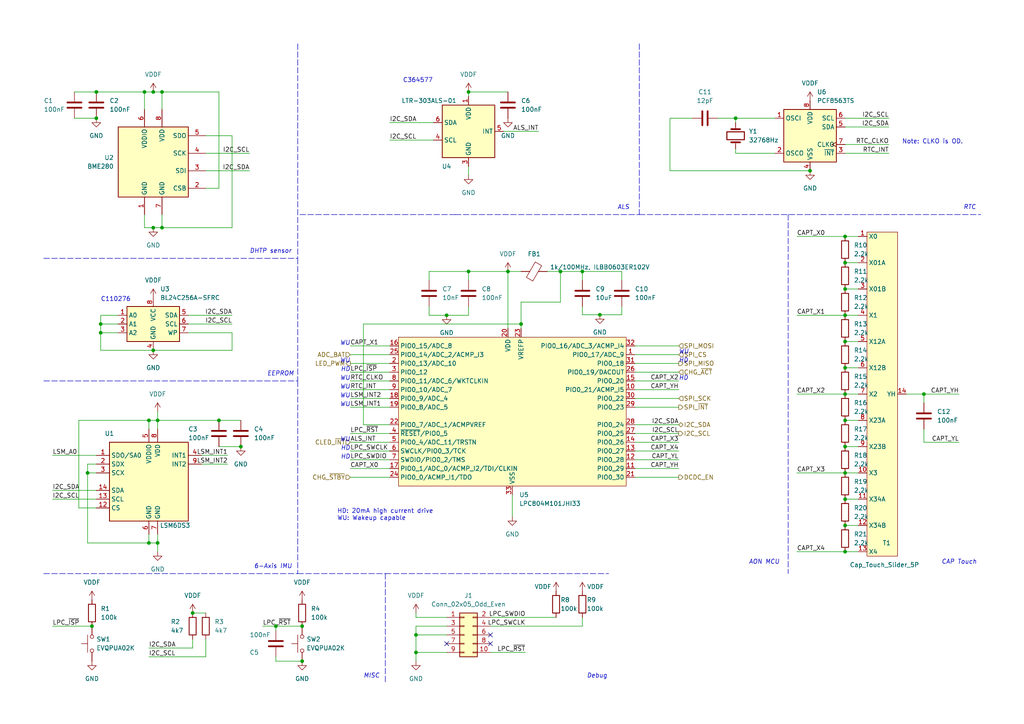
<source format=kicad_sch>
(kicad_sch (version 20211123) (generator eeschema)
  (paper "A4")
  (title_block (title "Home Sensor Tag") (rev "A0") (company "iM.Inc") (comment 1 "PRE-RELEASE"))
  (lib_symbols
    (symbol "Cap_Touch:Cap_Touch_Slider_5P"
      (property "Reference" "T" (at -29.21 -5.08 0))
      (property "Value" "Cap_Touch_Slider_5P" (at 22.86 6.35 0))
      (symbol "Cap_Touch_Slider_5P_0_0"
        (pin passive line (at -45.72 -6.35 90) (length 2.54) (name "X0") (number "1"))
        (pin passive line (at 22.86 -6.35 90) (length 2.54) (name "X3") (number "10"))
        (pin passive line (at 30.48 -6.35 90) (length 2.54) (name "X34A") (number "11"))
        (pin passive line (at 38.1 -6.35 90) (length 2.54) (name "X34B") (number "12"))
        (pin passive line (at 45.72 -6.35 90) (length 2.54) (name "X4") (number "13"))
        (pin passive line (at 0 7.62 270) (length 2.54) (name "YH") (number "14"))
        (pin passive line (at -38.1 -6.35 90) (length 2.54) (name "X01A") (number "2"))
        (pin passive line (at -30.48 -6.35 90) (length 2.54) (name "X01B") (number "3"))
        (pin passive line (at -22.86 -6.35 90) (length 2.54) (name "X1") (number "4"))
        (pin passive line (at -15.24 -6.35 90) (length 2.54) (name "X12A") (number "5"))
        (pin passive line (at -7.62 -6.35 90) (length 2.54) (name "X12B") (number "6"))
        (pin passive line (at 0 -6.35 90) (length 2.54) (name "X2") (number "7"))
        (pin passive line (at 7.62 -6.35 90) (length 2.54) (name "X23A") (number "8"))
        (pin passive line (at 15.24 -6.35 90) (length 2.54) (name "X23B") (number "9"))
      )
      (symbol "Cap_Touch_Slider_5P_0_1"
        (rectangle (start -46.99 5.08) (end 46.99 -3.81) (fill (type background)))
      )
    )
    (symbol "Connector_Generic:Conn_02x05_Odd_Even" (pin_names (offset 1.016) hide)
      (property "Reference" "J" (at 1.27 7.62 0))
      (property "Value" "Conn_02x05_Odd_Even" (at 1.27 -7.62 0))
      (symbol "Conn_02x05_Odd_Even_1_1"
        (rectangle (start -1.27 -4.953) (end 0 -5.207) (stroke (width 0.1524)))
        (rectangle (start -1.27 -2.413) (end 0 -2.667) (stroke (width 0.1524)))
        (rectangle (start -1.27 0.127) (end 0 -0.127) (stroke (width 0.1524)))
        (rectangle (start -1.27 2.667) (end 0 2.413) (stroke (width 0.1524)))
        (rectangle (start -1.27 5.207) (end 0 4.953) (stroke (width 0.1524)))
        (rectangle (start -1.27 6.35) (end 3.81 -6.35) (stroke (width 0.254)) (fill (type background)))
        (rectangle (start 3.81 -4.953) (end 2.54 -5.207) (stroke (width 0.1524)))
        (rectangle (start 3.81 -2.413) (end 2.54 -2.667) (stroke (width 0.1524)))
        (rectangle (start 3.81 0.127) (end 2.54 -0.127) (stroke (width 0.1524)))
        (rectangle (start 3.81 2.667) (end 2.54 2.413) (stroke (width 0.1524)))
        (rectangle (start 3.81 5.207) (end 2.54 4.953) (stroke (width 0.1524)))
        (pin passive line (at -5.08 5.08 0) (length 3.81) (name "Pin_1") (number "1"))
        (pin passive line (at 7.62 -5.08 180) (length 3.81) (name "Pin_10") (number "10"))
        (pin passive line (at 7.62 5.08 180) (length 3.81) (name "Pin_2") (number "2"))
        (pin passive line (at -5.08 2.54 0) (length 3.81) (name "Pin_3") (number "3"))
        (pin passive line (at 7.62 2.54 180) (length 3.81) (name "Pin_4") (number "4"))
        (pin passive line (at -5.08 0 0) (length 3.81) (name "Pin_5") (number "5"))
        (pin passive line (at 7.62 0 180) (length 3.81) (name "Pin_6") (number "6"))
        (pin passive line (at -5.08 -2.54 0) (length 3.81) (name "Pin_7") (number "7"))
        (pin passive line (at 7.62 -2.54 180) (length 3.81) (name "Pin_8") (number "8"))
        (pin passive line (at -5.08 -5.08 0) (length 3.81) (name "Pin_9") (number "9"))
      )
    )
    (symbol "Device:C" (pin_numbers hide) (pin_names (offset 0.254))
      (property "Reference" "C" (at 0.635 2.54 0))
      (property "Value" "C" (at 0.635 -2.54 0))
      (symbol "C_0_1"
        (polyline (pts (xy -2.032 -0.762) (xy 2.032 -0.762)) (stroke (width 0.508)))
        (polyline (pts (xy -2.032 0.762) (xy 2.032 0.762)) (stroke (width 0.508)))
      )
      (symbol "C_1_1"
        (pin passive line (at 0 3.81 270) (length 2.794) (name "~") (number "1"))
        (pin passive line (at 0 -3.81 90) (length 2.794) (name "~") (number "2"))
      )
    )
    (symbol "Device:Crystal" (pin_numbers hide) (pin_names (offset 1.016) hide)
      (property "Reference" "Y" (at 0 3.81 0))
      (property "Value" "Crystal" (at 0 -3.81 0))
      (symbol "Crystal_0_1"
        (rectangle (start -1.143 2.54) (end 1.143 -2.54) (stroke (width 0.3048)))
        (polyline (pts (xy -2.54 0) (xy -1.905 0)))
        (polyline (pts (xy -1.905 -1.27) (xy -1.905 1.27)) (stroke (width 0.508)))
        (polyline (pts (xy 1.905 -1.27) (xy 1.905 1.27)) (stroke (width 0.508)))
        (polyline (pts (xy 2.54 0) (xy 1.905 0)))
      )
      (symbol "Crystal_1_1"
        (pin passive line (at -3.81 0 0) (length 1.27) (name "1") (number "1"))
        (pin passive line (at 3.81 0 180) (length 1.27) (name "2") (number "2"))
      )
    )
    (symbol "Device:FerriteBead" (pin_numbers hide) (pin_names (offset 0))
      (property "Reference" "FB" (at -3.81 0.635 90))
      (property "Value" "FerriteBead" (at 3.81 0 90))
      (symbol "FerriteBead_0_1"
        (polyline (pts (xy 0 -1.27) (xy 0 -1.2192)))
        (polyline (pts (xy 0 1.27) (xy 0 1.2954)))
        (polyline (pts (xy -2.7686 0.4064) (xy -1.7018 2.2606) (xy 2.7686 -0.3048) (xy 1.6764 -2.159) (xy -2.7686 0.4064)))
      )
      (symbol "FerriteBead_1_1"
        (pin passive line (at 0 3.81 270) (length 2.54) (name "~") (number "1"))
        (pin passive line (at 0 -3.81 90) (length 2.54) (name "~") (number "2"))
      )
    )
    (symbol "Device:R" (pin_numbers hide) (pin_names (offset 0))
      (property "Reference" "R" (at 2.032 0 90))
      (property "Value" "R" (at 0 0 90))
      (symbol "R_0_1"
        (rectangle (start -1.016 -2.54) (end 1.016 2.54) (stroke (width 0.254)))
      )
      (symbol "R_1_1"
        (pin passive line (at 0 3.81 270) (length 1.27) (name "~") (number "1"))
        (pin passive line (at 0 -3.81 90) (length 1.27) (name "~") (number "2"))
      )
    )
    (symbol "MCU_NXP_LPC_Local:LPC804M101JHI33"
      (property "Reference" "U" (at -31.75 21.59 0))
      (property "Value" "LPC804M101JHI33" (at 24.13 21.59 0))
      (symbol "LPC804M101JHI33_0_0"
        (pin tri_state line (at 35.56 15.24 180) (length 2.54) (name "PIO0_17/ADC_9") (number "1"))
        (pin tri_state line (at 35.56 5.08 180) (length 2.54) (name "PIO0_21/ACMP_I5") (number "10"))
        (pin tri_state line (at 35.56 -17.78 180) (length 2.54) (name "PIO0_29") (number "11"))
        (pin tri_state line (at 35.56 -15.24 180) (length 2.54) (name "PIO0_28") (number "12"))
        (pin tri_state line (at 35.56 -12.7 180) (length 2.54) (name "PIO0_27") (number "13"))
        (pin tri_state line (at 35.56 -10.16 180) (length 2.54) (name "PIO0_26") (number "14"))
        (pin tri_state line (at 35.56 7.62 180) (length 2.54) (name "PIO0_20") (number "15"))
        (pin tri_state line (at -35.56 17.78 0) (length 2.54) (name "PIO0_15/ADC_8") (number "16"))
        (pin tri_state line (at -35.56 -17.78 0) (length 2.54) (name "PIO0_1/ADC_0/ACMP_I2/TDI/CLKIN") (number "17"))
        (pin tri_state line (at -35.56 2.54 0) (length 2.54) (name "PIO0_9/ADC_4") (number "18"))
        (pin tri_state line (at -35.56 0 0) (length 2.54) (name "PIO0_8/ADC_5") (number "19"))
        (pin tri_state line (at -35.56 12.7 0) (length 2.54) (name "PIO0_13/ADC_10") (number "2"))
        (pin power_in line (at -1.27 22.86 270) (length 2.54) (name "VDD") (number "20"))
        (pin tri_state line (at 35.56 -20.32 180) (length 2.54) (name "PIO0_30") (number "21"))
        (pin tri_state line (at -35.56 -5.08 0) (length 2.54) (name "PIO0_7/ADC_1/ACMPVREF") (number "22"))
        (pin power_in line (at 2.54 22.86 270) (length 2.54) (name "VREFP") (number "23"))
        (pin tri_state line (at -35.56 -20.32 0) (length 2.54) (name "PIO0_0/ACMP_I1/TDO") (number "24"))
        (pin tri_state line (at -35.56 15.24 0) (length 2.54) (name "PIO0_14/ADC_2/ACMP_I3") (number "25"))
        (pin tri_state line (at 35.56 10.16 180) (length 2.54) (name "PIO0_19/DACOUT") (number "26"))
        (pin tri_state line (at 35.56 -7.62 180) (length 2.54) (name "PIO0_25") (number "27"))
        (pin tri_state line (at 35.56 -5.08 180) (length 2.54) (name "PIO0_24") (number "28"))
        (pin tri_state line (at 35.56 0 180) (length 2.54) (name "PIO0_23") (number "29"))
        (pin tri_state line (at -35.56 10.16 0) (length 2.54) (name "PIO0_12") (number "3"))
        (pin tri_state line (at 35.56 2.54 180) (length 2.54) (name "PIO0_22") (number "30"))
        (pin tri_state line (at 35.56 12.7 180) (length 2.54) (name "PIO0_18") (number "31"))
        (pin tri_state line (at 35.56 17.78 180) (length 2.54) (name "PIO0_16/ADC_3/ACMP_I4") (number "32"))
        (pin power_in line (at 0 -25.4 90) (length 2.54) (name "VSS") (number "33"))
        (pin tri_state line (at -35.56 -7.62 0) (length 2.54) (name "~{RESET}/PIO0_5") (number "4"))
        (pin tri_state line (at -35.56 -10.16 0) (length 2.54) (name "PIO0_4/ADC_11/TRSTN") (number "5"))
        (pin tri_state line (at -35.56 -12.7 0) (length 2.54) (name "SWCLK/PIO0_3/TCK") (number "6"))
        (pin tri_state line (at -35.56 -15.24 0) (length 2.54) (name "SWDIO/PIO0_2/TMS") (number "7"))
        (pin tri_state line (at -35.56 7.62 0) (length 2.54) (name "PIO0_11/ADC_6/WKTCLKIN") (number "8"))
        (pin tri_state line (at -35.56 5.08 0) (length 2.54) (name "PIO0_10/ADC_7") (number "9"))
      )
      (symbol "LPC804M101JHI33_0_1"
        (rectangle (start -33.02 20.32) (end 33.02 -22.86) (fill (type background)))
      )
    )
    (symbol "Memory_EEPROM:CAT24C256"
      (property "Reference" "U" (at -6.35 6.35 0))
      (property "Value" "CAT24C256" (at 1.27 6.35 0))
      (symbol "CAT24C256_1_1"
        (rectangle (start -7.62 5.08) (end 7.62 -5.08) (stroke (width 0.254)) (fill (type background)))
        (pin input line (at -10.16 2.54 0) (length 2.54) (name "A0") (number "1"))
        (pin input line (at -10.16 0 0) (length 2.54) (name "A1") (number "2"))
        (pin input line (at -10.16 -2.54 0) (length 2.54) (name "A2") (number "3"))
        (pin power_in line (at 0 -7.62 90) (length 2.54) (name "GND") (number "4"))
        (pin bidirectional line (at 10.16 2.54 180) (length 2.54) (name "SDA") (number "5"))
        (pin input line (at 10.16 0 180) (length 2.54) (name "SCL") (number "6"))
        (pin input line (at 10.16 -2.54 180) (length 2.54) (name "WP") (number "7"))
        (pin power_in line (at 0 7.62 270) (length 2.54) (name "VCC") (number "8"))
      )
    )
    (symbol "Sensor:BME280"
      (property "Reference" "U" (at -8.89 11.43 0))
      (property "Value" "BME280" (at 7.62 11.43 0))
      (symbol "BME280_0_1"
        (rectangle (start -10.16 10.16) (end 10.16 -10.16) (stroke (width 0.254)) (fill (type background)))
      )
      (symbol "BME280_1_1"
        (pin power_in line (at -2.54 -15.24 90) (length 5.08) (name "GND") (number "1"))
        (pin input line (at 15.24 -7.62 180) (length 5.08) (name "CSB") (number "2"))
        (pin bidirectional line (at 15.24 -2.54 180) (length 5.08) (name "SDI") (number "3"))
        (pin input line (at 15.24 2.54 180) (length 5.08) (name "SCK") (number "4"))
        (pin bidirectional line (at 15.24 7.62 180) (length 5.08) (name "SDO") (number "5"))
        (pin power_in line (at -2.54 15.24 270) (length 5.08) (name "VDDIO") (number "6"))
        (pin power_in line (at 2.54 -15.24 90) (length 5.08) (name "GND") (number "7"))
        (pin power_in line (at 2.54 15.24 270) (length 5.08) (name "VDD") (number "8"))
      )
    )
    (symbol "Sensor_Motion:LSM6DS3"
      (property "Reference" "U" (at -11.43 15.24 0))
      (property "Value" "LSM6DS3" (at -11.43 12.7 0))
      (symbol "LSM6DS3_0_1"
        (rectangle (start 11.43 11.43) (end -11.43 -11.43) (stroke (width 0.254)) (fill (type background)))
      )
      (symbol "LSM6DS3_1_1"
        (pin bidirectional line (at -15.24 7.62 0) (length 3.81) (name "SDO/SA0") (number "1"))
        (pin no_connect line (at 10.16 -5.08 180) (length 3.81) hide (name "NC") (number "10"))
        (pin no_connect line (at 10.16 -2.54 180) (length 3.81) hide (name "NC") (number "11"))
        (pin input line (at -15.24 -7.62 0) (length 3.81) (name "CS") (number "12"))
        (pin input line (at -15.24 -5.08 0) (length 3.81) (name "SCL") (number "13"))
        (pin bidirectional line (at -15.24 -2.54 0) (length 3.81) (name "SDA") (number "14"))
        (pin bidirectional line (at -15.24 5.08 0) (length 3.81) (name "SDX") (number "2"))
        (pin input line (at -15.24 2.54 0) (length 3.81) (name "SCX") (number "3"))
        (pin output line (at 15.24 7.62 180) (length 3.81) (name "INT1") (number "4"))
        (pin power_in line (at 0 15.24 270) (length 3.81) (name "VDDIO") (number "5"))
        (pin power_in line (at 0 -15.24 90) (length 3.81) (name "GND") (number "6"))
        (pin power_in line (at 2.54 -15.24 90) (length 3.81) (name "GND") (number "7"))
        (pin power_in line (at 2.54 15.24 270) (length 3.81) (name "VDD") (number "8"))
        (pin output line (at 15.24 5.08 180) (length 3.81) (name "INT2") (number "9"))
      )
    )
    (symbol "Sensor_Optical:LTR-303ALS-01"
      (property "Reference" "U" (at -7.62 8.89 0))
      (property "Value" "LTR-303ALS-01" (at 1.27 8.89 0))
      (symbol "LTR-303ALS-01_0_1"
        (rectangle (start -7.62 7.62) (end 7.62 -7.62) (stroke (width 0.254)) (fill (type background)))
      )
      (symbol "LTR-303ALS-01_1_1"
        (pin power_in line (at 0 10.16 270) (length 2.54) (name "VDD") (number "1"))
        (pin no_connect line (at 2.54 0 180) (length 2.54) hide (name "NC") (number "2"))
        (pin power_in line (at 0 -10.16 90) (length 2.54) (name "GND") (number "3"))
        (pin input line (at -10.16 -2.54 0) (length 2.54) (name "SCL") (number "4"))
        (pin open_collector line (at 10.16 0 180) (length 2.54) (name "INT") (number "5"))
        (pin bidirectional line (at -10.16 2.54 0) (length 2.54) (name "SDA") (number "6"))
      )
    )
    (symbol "Switch:SW_Push" (pin_numbers hide) (pin_names (offset 1.016) hide)
      (property "Reference" "SW" (at 1.27 2.54 0))
      (property "Value" "SW_Push" (at 0 -1.524 0))
      (symbol "SW_Push_0_1"
        (circle (center -2.032 0) (radius 0.508))
        (polyline (pts (xy 0 1.27) (xy 0 3.048)))
        (polyline (pts (xy 2.54 1.27) (xy -2.54 1.27)))
        (circle (center 2.032 0) (radius 0.508))
        (pin passive line (at -5.08 0 0) (length 2.54) (name "1") (number "1"))
        (pin passive line (at 5.08 0 180) (length 2.54) (name "2") (number "2"))
      )
    )
    (symbol "Timer_RTC:PCF8563TS"
      (property "Reference" "U" (at -7.62 8.89 0))
      (property "Value" "PCF8563TS" (at 2.54 8.89 0))
      (symbol "PCF8563TS_0_1"
        (rectangle (start -7.62 7.62) (end 7.62 -7.62) (stroke (width 0.254)) (fill (type background)))
      )
      (symbol "PCF8563TS_1_1"
        (pin input line (at -10.16 5.08 0) (length 2.54) (name "OSCI") (number "1"))
        (pin output line (at -10.16 -5.08 0) (length 2.54) (name "OSCO") (number "2"))
        (pin output line (at 10.16 -5.08 180) (length 2.54) (name "~{INT}") (number "3"))
        (pin power_in line (at 0 -10.16 90) (length 2.54) (name "VSS") (number "4"))
        (pin bidirectional line (at 10.16 2.54 180) (length 2.54) (name "SDA") (number "5"))
        (pin input line (at 10.16 5.08 180) (length 2.54) (name "SCL") (number "6"))
        (pin output clock (at 10.16 -2.54 180) (length 2.54) (name "CLKO") (number "7"))
        (pin power_in line (at 0 10.16 270) (length 2.54) (name "VDD") (number "8"))
      )
    )
    (symbol "power:GND" (power) (pin_names (offset 0))
      (property "Value" "GND" (at 0 -3.81 0))
      (symbol "GND_0_1"
        (polyline (pts (xy 0 0) (xy 0 -1.27) (xy 1.27 -1.27) (xy 0 -2.54) (xy -1.27 -1.27) (xy 0 -1.27)))
      )
      (symbol "GND_1_1"
        (pin power_in line (at 0 0 270) (length 0) hide (name "GND") (number "1"))
      )
    )
    (symbol "power:VDDF" (power) (pin_names (offset 0))
      (property "Value" "VDDF" (at 0 3.81 0))
      (symbol "VDDF_0_1"
        (polyline (pts (xy -0.762 1.27) (xy 0 2.54)))
        (polyline (pts (xy 0 0) (xy 0 2.54)))
        (polyline (pts (xy 0 2.54) (xy 0.762 1.27)))
      )
      (symbol "VDDF_1_1"
        (pin power_in line (at 0 0 90) (length 0) hide (name "VDDF") (number "1"))
      )
    )
  )
  (junction (at 267.97 114.3))
  (junction (at 245.11 68.58))
  (junction (at 80.01 181.61))
  (junction (at 120.65 184.15))
  (junction (at 245.11 152.4))
  (junction (at 27.94 34.29))
  (junction (at 245.11 144.78))
  (junction (at 87.63 181.61))
  (junction (at 135.89 78.74))
  (junction (at 46.99 66.04))
  (junction (at 69.85 129.54))
  (junction (at 213.36 34.29))
  (junction (at 26.67 181.61))
  (junction (at 245.11 129.54))
  (junction (at 245.11 83.82))
  (junction (at 234.95 49.53))
  (junction (at 162.56 78.74))
  (junction (at 44.45 101.6))
  (junction (at 44.45 66.04))
  (junction (at 46.99 26.67))
  (junction (at 245.11 91.44))
  (junction (at 245.11 76.2))
  (junction (at 173.99 91.2961))
  (junction (at 245.11 99.06))
  (junction (at 55.88 177.8))
  (junction (at 25.4 137.16))
  (junction (at 245.11 114.3))
  (junction (at 29.21 96.52))
  (junction (at 44.45 26.67))
  (junction (at 43.18 157.48))
  (junction (at 87.63 191.77))
  (junction (at 45.72 157.48))
  (junction (at 245.11 106.68))
  (junction (at 151.13 93.98))
  (junction (at 147.32 78.74))
  (junction (at 245.11 160.02))
  (junction (at 41.91 26.67))
  (junction (at 43.18 121.92))
  (junction (at 45.72 121.92))
  (junction (at 27.94 26.67))
  (junction (at 63.5 121.92))
  (junction (at 129.54 91.44))
  (junction (at 245.11 121.92))
  (junction (at 245.11 137.16))
  (junction (at 29.21 93.98))
  (junction (at 168.91 78.74))
  (junction (at 120.65 189.23))
  (junction (at 135.89 26.67))
  (no_connect (at 129.54 186.69))
  (no_connect (at 142.24 186.69))
  (no_connect (at 142.24 184.15))
  (wire (pts (xy 59.69 54.61) (xy 63.5 54.61)))
  (wire (pts (xy 22.86 121.92) (xy 43.18 121.92)))
  (wire (pts (xy 55.88 177.8) (xy 59.69 177.8)))
  (wire (pts (xy 180.34 88.9) (xy 180.34 91.2961)))
  (wire (pts (xy 267.97 114.3) (xy 267.97 116.84)))
  (wire (pts (xy 67.31 66.04) (xy 46.99 66.04)))
  (wire (pts (xy 46.99 31.75) (xy 46.99 26.67)))
  (wire (pts (xy 54.61 91.44) (xy 67.31 91.44)))
  (wire (pts (xy 63.5 54.61) (xy 63.5 26.67)))
  (wire (pts (xy 55.88 187.96) (xy 43.18 187.96)))
  (wire (pts (xy 15.24 132.08) (xy 27.94 132.08)))
  (wire (pts (xy 101.6 128.27) (xy 113.03 128.27)))
  (wire (pts (xy 58.42 132.08) (xy 66.04 132.08)))
  (wire (pts (xy 129.54 91.44) (xy 124.46 91.44)))
  (wire (pts (xy 45.72 121.92) (xy 63.5 121.92)))
  (wire (pts (xy 146.05 38.1) (xy 156.21 38.1)))
  (wire (pts (xy 63.5 129.54) (xy 69.85 129.54)))
  (wire (pts (xy 151.13 93.98) (xy 151.13 95.25)))
  (wire (pts (xy 59.69 44.45) (xy 72.39 44.45)))
  (wire (pts (xy 54.61 96.52) (xy 67.31 96.52)))
  (wire (pts (xy 245.11 76.2) (xy 248.92 76.2)))
  (wire (pts (xy 267.97 124.46) (xy 267.97 128.27)))
  (wire (pts (xy 213.36 34.29) (xy 224.79 34.29)))
  (wire (pts (xy 184.15 102.87) (xy 196.85 102.87)))
  (wire (pts (xy 151.13 78.74) (xy 147.32 78.74)))
  (wire (pts (xy 120.65 177.8) (xy 120.65 179.07)))
  (wire (pts (xy 21.59 26.67) (xy 27.94 26.67)))
  (wire (pts (xy 101.6 113.03) (xy 113.03 113.03)))
  (wire (pts (xy 245.11 129.54) (xy 248.92 129.54)))
  (wire (pts (xy 278.13 114.3) (xy 267.97 114.3)))
  (wire (pts (xy 184.15 118.11) (xy 196.85 118.11)))
  (polyline (pts (xy 12.7 166.37) (xy 86.36 166.37)))
  (wire (pts (xy 101.6 125.73) (xy 113.03 125.73)))
  (wire (pts (xy 168.91 78.74) (xy 168.91 81.28)))
  (wire (pts (xy 245.11 41.91) (xy 257.81 41.91)))
  (wire (pts (xy 101.6 133.35) (xy 113.03 133.35)))
  (wire (pts (xy 180.34 91.2961) (xy 173.99 91.2961)))
  (wire (pts (xy 245.11 121.92) (xy 248.92 121.92)))
  (wire (pts (xy 59.69 49.53) (xy 72.39 49.53)))
  (wire (pts (xy 45.72 157.48) (xy 45.72 160.02)))
  (wire (pts (xy 135.89 26.67) (xy 147.32 26.67)))
  (wire (pts (xy 135.89 91.44) (xy 129.54 91.44)))
  (wire (pts (xy 120.65 181.61) (xy 120.65 184.15)))
  (wire (pts (xy 124.46 91.44) (xy 124.46 88.9)))
  (wire (pts (xy 180.34 78.74) (xy 180.34 81.28)))
  (wire (pts (xy 120.65 184.15) (xy 120.65 189.23)))
  (wire (pts (xy 46.99 62.23) (xy 46.99 66.04)))
  (wire (pts (xy 245.11 34.29) (xy 257.81 34.29)))
  (wire (pts (xy 101.6 110.49) (xy 113.03 110.49)))
  (wire (pts (xy 29.21 93.98) (xy 34.29 93.98)))
  (wire (pts (xy 184.15 130.81) (xy 196.85 130.81)))
  (wire (pts (xy 245.11 83.82) (xy 248.92 83.82)))
  (wire (pts (xy 135.89 78.74) (xy 147.32 78.74)))
  (wire (pts (xy 194.31 49.53) (xy 234.95 49.53)))
  (wire (pts (xy 21.59 34.29) (xy 27.94 34.29)))
  (wire (pts (xy 29.21 96.52) (xy 34.29 96.52)))
  (polyline (pts (xy 185.42 62.23) (xy 284.48 62.23)))
  (wire (pts (xy 125.73 35.56) (xy 113.03 35.56)))
  (wire (pts (xy 101.6 102.87) (xy 113.03 102.87)))
  (wire (pts (xy 67.31 96.52) (xy 67.31 101.6)))
  (wire (pts (xy 101.6 105.41) (xy 113.03 105.41)))
  (wire (pts (xy 22.86 147.32) (xy 22.86 121.92)))
  (wire (pts (xy 113.03 123.19) (xy 105.41 123.19)))
  (wire (pts (xy 142.24 181.61) (xy 168.91 181.61)))
  (polyline (pts (xy 132.08 62.23) (xy 86.36 62.23)))
  (wire (pts (xy 245.11 160.02) (xy 248.92 160.02)))
  (wire (pts (xy 43.18 121.92) (xy 45.72 121.92)))
  (wire (pts (xy 151.13 87.63) (xy 151.13 93.98)))
  (wire (pts (xy 67.31 39.37) (xy 67.31 66.04)))
  (polyline (pts (xy 86.36 166.37) (xy 111.76 166.37)))
  (wire (pts (xy 43.18 190.5) (xy 59.69 190.5)))
  (wire (pts (xy 120.65 189.23) (xy 129.54 189.23)))
  (wire (pts (xy 162.56 87.63) (xy 162.56 78.74)))
  (wire (pts (xy 27.94 142.24) (xy 15.24 142.24)))
  (polyline (pts (xy 111.76 166.37) (xy 111.76 198.12)))
  (polyline (pts (xy 228.6 62.23) (xy 228.6 166.37)))
  (wire (pts (xy 120.65 184.15) (xy 129.54 184.15)))
  (wire (pts (xy 245.11 114.3) (xy 248.92 114.3)))
  (wire (pts (xy 27.94 26.67) (xy 41.91 26.67)))
  (wire (pts (xy 101.6 135.89) (xy 113.03 135.89)))
  (wire (pts (xy 67.31 101.6) (xy 44.45 101.6)))
  (wire (pts (xy 148.59 143.51) (xy 148.59 149.86)))
  (wire (pts (xy 101.6 100.33) (xy 113.03 100.33)))
  (wire (pts (xy 29.21 93.98) (xy 29.21 96.52)))
  (wire (pts (xy 29.21 101.6) (xy 44.45 101.6)))
  (wire (pts (xy 101.6 107.95) (xy 113.03 107.95)))
  (wire (pts (xy 245.11 68.58) (xy 248.92 68.58)))
  (wire (pts (xy 245.11 36.83) (xy 257.81 36.83)))
  (wire (pts (xy 158.75 78.74) (xy 162.56 78.74)))
  (wire (pts (xy 45.72 119.38) (xy 45.72 121.92)))
  (wire (pts (xy 25.4 134.62) (xy 25.4 137.16)))
  (wire (pts (xy 59.69 185.42) (xy 59.69 190.5)))
  (wire (pts (xy 231.14 160.02) (xy 245.11 160.02)))
  (wire (pts (xy 101.6 115.57) (xy 113.03 115.57)))
  (wire (pts (xy 27.94 144.78) (xy 15.24 144.78)))
  (wire (pts (xy 29.21 91.44) (xy 29.21 93.98)))
  (polyline (pts (xy 12.7 110.49) (xy 86.36 110.49)))
  (wire (pts (xy 63.5 121.92) (xy 69.85 121.92)))
  (wire (pts (xy 43.18 157.48) (xy 45.72 157.48)))
  (wire (pts (xy 213.36 44.45) (xy 224.79 44.45)))
  (wire (pts (xy 58.42 134.62) (xy 66.04 134.62)))
  (wire (pts (xy 151.13 87.63) (xy 162.56 87.63)))
  (wire (pts (xy 54.61 93.98) (xy 67.31 93.98)))
  (wire (pts (xy 129.54 181.61) (xy 120.65 181.61)))
  (wire (pts (xy 147.32 78.74) (xy 147.32 95.25)))
  (wire (pts (xy 231.14 68.58) (xy 245.11 68.58)))
  (wire (pts (xy 101.6 138.43) (xy 113.03 138.43)))
  (polyline (pts (xy 86.36 110.49) (xy 86.36 166.37)))
  (polyline (pts (xy 86.36 12.7) (xy 86.36 74.93)))
  (wire (pts (xy 231.14 114.3) (xy 245.11 114.3)))
  (wire (pts (xy 105.41 93.98) (xy 151.13 93.98)))
  (wire (pts (xy 25.4 157.48) (xy 43.18 157.48)))
  (polyline (pts (xy 185.42 12.7) (xy 185.42 62.23)))
  (wire (pts (xy 142.24 179.07) (xy 161.29 179.07)))
  (wire (pts (xy 25.4 137.16) (xy 27.94 137.16)))
  (wire (pts (xy 213.36 43.18) (xy 213.36 44.45)))
  (wire (pts (xy 245.11 99.06) (xy 248.92 99.06)))
  (wire (pts (xy 231.14 91.44) (xy 245.11 91.44)))
  (wire (pts (xy 184.15 113.03) (xy 196.85 113.03)))
  (wire (pts (xy 63.5 26.67) (xy 46.99 26.67)))
  (wire (pts (xy 184.15 105.41) (xy 196.85 105.41)))
  (wire (pts (xy 135.89 26.67) (xy 135.89 27.94)))
  (polyline (pts (xy 86.36 74.93) (xy 86.36 110.49)))
  (wire (pts (xy 196.85 115.57) (xy 184.15 115.57)))
  (wire (pts (xy 59.69 39.37) (xy 67.31 39.37)))
  (wire (pts (xy 55.88 185.42) (xy 55.88 187.96)))
  (wire (pts (xy 29.21 96.52) (xy 29.21 101.6)))
  (wire (pts (xy 245.11 137.16) (xy 248.92 137.16)))
  (polyline (pts (xy 12.7 74.93) (xy 86.36 74.93)))
  (wire (pts (xy 45.72 121.92) (xy 45.72 124.46)))
  (wire (pts (xy 162.56 78.74) (xy 168.91 78.74)))
  (wire (pts (xy 27.94 147.32) (xy 22.86 147.32)))
  (wire (pts (xy 142.24 189.23) (xy 152.4 189.23)))
  (wire (pts (xy 45.72 154.94) (xy 45.72 157.48)))
  (wire (pts (xy 245.11 152.4) (xy 248.92 152.4)))
  (wire (pts (xy 135.89 48.26) (xy 135.89 50.8)))
  (wire (pts (xy 124.46 81.28) (xy 124.46 78.74)))
  (wire (pts (xy 245.11 144.78) (xy 248.92 144.78)))
  (wire (pts (xy 101.6 130.81) (xy 113.03 130.81)))
  (wire (pts (xy 41.91 31.75) (xy 41.91 26.67)))
  (wire (pts (xy 173.99 91.2961) (xy 168.91 91.2961)))
  (wire (pts (xy 184.15 123.19) (xy 196.85 123.19)))
  (wire (pts (xy 80.01 191.77) (xy 87.63 191.77)))
  (polyline (pts (xy 132.08 62.23) (xy 185.42 62.23)))
  (wire (pts (xy 278.13 128.27) (xy 267.97 128.27)))
  (wire (pts (xy 27.94 134.62) (xy 25.4 134.62)))
  (wire (pts (xy 43.18 154.94) (xy 43.18 157.48)))
  (wire (pts (xy 168.91 179.07) (xy 168.91 181.61)))
  (wire (pts (xy 135.89 78.74) (xy 135.89 81.28)))
  (wire (pts (xy 76.2 181.61) (xy 80.01 181.61)))
  (wire (pts (xy 184.15 128.27) (xy 196.85 128.27)))
  (wire (pts (xy 135.89 88.9) (xy 135.89 91.44)))
  (wire (pts (xy 41.91 26.67) (xy 44.45 26.67)))
  (wire (pts (xy 231.14 137.16) (xy 245.11 137.16)))
  (wire (pts (xy 184.15 107.95) (xy 196.85 107.95)))
  (wire (pts (xy 208.28 34.29) (xy 213.36 34.29)))
  (wire (pts (xy 200.66 34.29) (xy 194.31 34.29)))
  (wire (pts (xy 124.46 78.74) (xy 135.89 78.74)))
  (wire (pts (xy 184.15 133.35) (xy 196.85 133.35)))
  (wire (pts (xy 245.11 106.68) (xy 248.92 106.68)))
  (wire (pts (xy 46.99 26.67) (xy 44.45 26.67)))
  (wire (pts (xy 184.15 100.33) (xy 196.85 100.33)))
  (wire (pts (xy 15.24 181.61) (xy 26.67 181.61)))
  (wire (pts (xy 184.15 138.43) (xy 196.85 138.43)))
  (wire (pts (xy 46.99 66.04) (xy 44.45 66.04)))
  (wire (pts (xy 245.11 44.45) (xy 257.81 44.45)))
  (wire (pts (xy 80.01 181.61) (xy 87.63 181.61)))
  (wire (pts (xy 120.65 179.07) (xy 129.54 179.07)))
  (polyline (pts (xy 111.76 166.37) (xy 176.53 166.37)))
  (wire (pts (xy 125.73 40.64) (xy 113.03 40.64)))
  (wire (pts (xy 262.89 114.3) (xy 267.97 114.3)))
  (wire (pts (xy 168.91 91.2961) (xy 168.91 88.9)))
  (wire (pts (xy 41.91 66.04) (xy 44.45 66.04)))
  (wire (pts (xy 194.31 34.29) (xy 194.31 49.53)))
  (wire (pts (xy 80.01 181.61) (xy 80.01 182.88)))
  (wire (pts (xy 184.15 135.89) (xy 196.85 135.89)))
  (wire (pts (xy 25.4 137.16) (xy 25.4 157.48)))
  (wire (pts (xy 101.6 118.11) (xy 113.03 118.11)))
  (wire (pts (xy 184.15 125.73) (xy 196.85 125.73)))
  (wire (pts (xy 213.36 35.56) (xy 213.36 34.29)))
  (wire (pts (xy 41.91 62.23) (xy 41.91 66.04)))
  (wire (pts (xy 184.15 110.49) (xy 196.85 110.49)))
  (wire (pts (xy 245.11 91.44) (xy 248.92 91.44)))
  (wire (pts (xy 34.29 91.44) (xy 29.21 91.44)))
  (wire (pts (xy 105.41 93.98) (xy 105.41 123.19)))
  (wire (pts (xy 43.18 124.46) (xy 43.18 121.92)))
  (wire (pts (xy 80.01 190.5) (xy 80.01 191.77)))
  (wire (pts (xy 168.91 78.74) (xy 180.34 78.74)))
  (wire (pts (xy 120.65 189.23) (xy 120.65 191.77)))
  (text "WU" (at 101.6 115.57 180) (effects (font (size 1.27 1.27) italic) (justify right bottom)))
  (text "WU" (at 196.85 102.87 0) (effects (font (size 1.27 1.27) italic) (justify left bottom)))
  (text "6-Axis IMU" (at 73.66 165.1 0) (effects (font (size 1.27 1.27) italic) (justify left bottom)))
  (text "HD" (at 196.85 105.41 0) (effects (font (size 1.27 1.27) italic) (justify left bottom)))
  (text "AON MCU" (at 217.17 163.83 0) (effects (font (size 1.27 1.27) italic) (justify left bottom)))
  (text "RTC" (at 279.4 60.96 0) (effects (font (size 1.27 1.27) italic) (justify left bottom)))
  (text "CAP Touch" (at 273.05 163.83 0) (effects (font (size 1.27 1.27) italic) (justify left bottom)))
  (text "HD" (at 101.6 133.35 180) (effects (font (size 1.27 1.27) italic) (justify right bottom)))
  (text "WU" (at 101.6 113.03 180) (effects (font (size 1.27 1.27) italic) (justify right bottom)))
  (text "HD" (at 196.85 110.49 0) (effects (font (size 1.27 1.27) italic) (justify left bottom)))
  (text "DHTP sensor" (at 72.39 73.66 0) (effects (font (size 1.27 1.27) italic) (justify left bottom)))
  (text "WU" (at 101.6 105.41 180) (effects (font (size 1.27 1.27) italic) (justify right bottom)))
  (text "C110276" (at 29.21 87.63 0) (effects (font (size 1.27 1.27)) (justify left bottom)))
  (text "WU" (at 101.6 100.33 180) (effects (font (size 1.27 1.27) italic) (justify right bottom)))
  (text "WU" (at 101.6 110.49 180) (effects (font (size 1.27 1.27) italic) (justify right bottom)))
  (text "WU" (at 101.6 128.27 180) (effects (font (size 1.27 1.27) italic) (justify right bottom)))
  (text "EEPROM" (at 77.47 109.22 0) (effects (font (size 1.27 1.27) italic) (justify left bottom)))
  (text "WU" (at 101.6 118.11 180) (effects (font (size 1.27 1.27) italic) (justify right bottom)))
  (text "Note: CLKO is OD." (at 261.62 41.91 0) (effects (font (size 1.27 1.27)) (justify left bottom)))
  (text "HD" (at 101.6 107.95 180) (effects (font (size 1.27 1.27) italic) (justify right bottom)))
  (text "ALS" (at 179.07 60.96 0) (effects (font (size 1.27 1.27) italic) (justify left bottom)))
  (text "C364577" (at 116.84 24.13 0) (effects (font (size 1.27 1.27)) (justify left bottom)))
  (text "MISC" (at 105.41 196.85 0) (effects (font (size 1.27 1.27) italic) (justify left bottom)))
  (text "Debug" (at 170.18 196.85 0) (effects (font (size 1.27 1.27) italic) (justify left bottom)))
  (text "HD: 20mA high current drive\nWU: Wakeup capable" (at 97.79 151.13 0) (effects (font (size 1.27 1.27)) (justify left bottom)))
  (text "HD" (at 101.6 130.81 180) (effects (font (size 1.27 1.27) italic) (justify right bottom)))
  (label "CAPT_X3" (at 196.85 128.27 180))
  (label "I2C_SCL" (at 43.18 190.5 0))
  (label "CAPT_YH" (at 196.85 135.89 180))
  (label "CAPT_X1" (at 101.6 100.33 0))
  (label "CAPT_YL" (at 196.85 133.35 180))
  (label "ALS_INT" (at 101.6 128.27 0))
  (label "I2C_SCL" (at 67.31 93.98 180))
  (label "LPC_SWDIO" (at 152.4 179.07 180))
  (label "LPC_~{RST}" (at 76.2 181.61 0))
  (label "CAPT_X2" (at 196.85 110.49 180))
  (label "CAPT_YH" (at 196.85 113.03 180))
  (label "LPC_SWCLK" (at 101.6 130.81 0))
  (label "I2C_SCL" (at 113.03 40.64 0))
  (label "I2C_SCL" (at 257.81 34.29 180))
  (label "I2C_SDA" (at 113.03 35.56 0))
  (label "I2C_SCL" (at 72.39 44.45 180))
  (label "I2C_SDA" (at 257.81 36.83 180))
  (label "LPC_~{ISP}" (at 101.6 107.95 0))
  (label "I2C_SCL" (at 196.85 125.73 180))
  (label "LPC_~{ISP}" (at 15.24 181.61 0))
  (label "I2C_SDA" (at 67.31 91.44 180))
  (label "I2C_SDA" (at 72.39 49.53 180))
  (label "CAPT_X3" (at 231.14 137.16 0))
  (label "CAPT_X1" (at 231.14 91.44 0))
  (label "CAPT_X4" (at 231.14 160.02 0))
  (label "LSM_INT1" (at 101.6 118.11 0))
  (label "I2C_SDA" (at 15.24 142.24 0))
  (label "I2C_SDA" (at 43.18 187.96 0))
  (label "LPC_SWCLK" (at 152.4 181.61 180))
  (label "LSM_INT1" (at 66.04 132.08 180))
  (label "LSM_INT2" (at 101.6 115.57 0))
  (label "CAPT_X0" (at 101.6 135.89 0))
  (label "LPC_~{RST}" (at 152.4 189.23 180))
  (label "RTC_CLKO" (at 257.81 41.91 180))
  (label "LSM_INT2" (at 66.04 134.62 180))
  (label "CAPT_YH" (at 278.13 114.3 180))
  (label "CAPT_X0" (at 231.14 68.58 0))
  (label "I2C_SDA" (at 196.85 123.19 180))
  (label "LPC_~{RST}" (at 101.6 125.73 0))
  (label "RTC_INT" (at 101.6 113.03 0))
  (label "ALS_INT" (at 156.21 38.1 180))
  (label "CAPT_YL" (at 278.13 128.27 180))
  (label "CAPT_X2" (at 231.14 114.3 0))
  (label "LSM_A0" (at 15.24 132.08 0))
  (label "I2C_SCL" (at 15.24 144.78 0))
  (label "RTC_CLKO" (at 101.6 110.49 0))
  (label "CAPT_X4" (at 196.85 130.81 180))
  (label "LPC_SWDIO" (at 101.6 133.35 0))
  (label "RTC_INT" (at 257.81 44.45 180))
  (hierarchical_label "SPI_SCK" (shape input) (at 196.85 115.57 0))
  (hierarchical_label "SPI_MOSI" (shape input) (at 196.85 100.33 0))
  (hierarchical_label "I2C_SDA" (shape tri_state) (at 196.85 123.19 0))
  (hierarchical_label "SPI_CS" (shape input) (at 196.85 102.87 0))
  (hierarchical_label "SPI_~{INT}" (shape output) (at 196.85 118.11 0))
  (hierarchical_label "CLED_~{INT}" (shape input) (at 101.6 128.27 180))
  (hierarchical_label "CHG_~{ACT}" (shape input) (at 196.85 107.95 0))
  (hierarchical_label "LED_PWM" (shape output) (at 101.6 105.41 180))
  (hierarchical_label "ADC_BAT" (shape input) (at 101.6 102.87 180))
  (hierarchical_label "SPI_MISO" (shape output) (at 196.85 105.41 0))
  (hierarchical_label "CHG_~{STBY}" (shape input) (at 101.6 138.43 180))
  (hierarchical_label "I2C_SCL" (shape output) (at 196.85 125.73 0))
  (hierarchical_label "DCDC_EN" (shape output) (at 196.85 138.43 0))
  (symbol (lib_id "power:VDDF") (at 55.88 177.8 0) (unit 1)
    (property "Reference" "#PWR0117" (effects hide))
    (property "Value" "VDDF" (at 55.88 172.72 0))
  )
  (symbol (lib_id "Sensor_Motion:LSM6DS3") (at 43.18 139.7 0) (unit 1)
    (property "Reference" "U1" (at 31.75 125.73 0))
    (property "Value" "LSM6DS3" (at 50.8 152.4 0))
    (property "Footprint" "Package_LGA:LGA-14_3x2.5mm_P0.5mm_LayoutBorder3x4y" (effects hide))
    (property "Datasheet" "www.st.com/resource/en/datasheet/lsm6ds3.pdf" (effects hide))
  )
  (symbol (lib_id "Device:C") (at 124.46 85.09 0) (unit 1)
    (property "Reference" "C7" (at 128.27 83.8199 0) (effects (justify left)))
    (property "Value" "10nF" (at 128.27 86.3599 0) (effects (justify left)))
    (property "Footprint" "Capacitor_SMD:C_0402_1005Metric" (effects hide))
  )
  (symbol (lib_id "Device:FerriteBead") (at 154.94 78.74 90) (unit 1)
    (property "Reference" "FB1" (at 154.94 73.66 90))
    (property "Value" "1k/100MHz, ILBB0603ER102V" (at 173.99 77.47 90))
    (property "Footprint" "Inductor_SMD:L_0603_1608Metric" (effects hide))
  )
  (symbol (lib_id "Device:R") (at 55.88 181.61 0) (unit 1)
    (property "Reference" "R2" (at 49.53 180.34 0) (effects (justify left)))
    (property "Value" "4k7" (at 49.53 182.88 0) (effects (justify left)))
    (property "Footprint" "Resistor_SMD:R_0402_1005Metric" (effects hide))
  )
  (symbol (lib_id "Device:R") (at 245.11 133.35 0) (unit 1)
    (property "Reference" "R18" (at 247.65 132.0799 0) (effects (justify left)))
    (property "Value" "2.2k" (at 247.65 134.6199 0) (effects (justify left)))
    (property "Footprint" "Resistor_SMD:R_0402_1005Metric" (effects hide))
  )
  (symbol (lib_id "power:GND") (at 148.59 149.86 0) (unit 1)
    (property "Reference" "#PWR0113" (effects hide))
    (property "Value" "GND" (at 148.59 154.94 0))
  )
  (symbol (lib_id "power:VDDF") (at 147.32 78.74 0) (unit 1)
    (property "Reference" "#PWR0112" (effects hide))
    (property "Value" "VDDF" (at 147.32 73.66 0))
  )
  (symbol (lib_id "Device:R") (at 245.11 72.39 0) (unit 1)
    (property "Reference" "R10" (at 247.65 71.12 0) (effects (justify left)))
    (property "Value" "2.2k" (at 247.65 73.6599 0) (effects (justify left)))
    (property "Footprint" "Resistor_SMD:R_0402_1005Metric" (effects hide))
  )
  (symbol (lib_id "Sensor_Optical:LTR-303ALS-01") (at 135.89 38.1 0) (unit 1)
    (property "Reference" "U4" (at 129.54 48.26 0))
    (property "Value" "LTR-303ALS-01" (at 124.46 29.21 0))
    (property "Footprint" "OptoDevice:Lite-On_LTR-303ALS-01" (effects hide))
    (property "Datasheet" "http://optoelectronics.liteon.com/upload/download/DS86-2013-0004/LTR-303ALS-01_DS_V1.pdf" (effects hide))
  )
  (symbol (lib_id "power:GND") (at 69.85 129.54 0) (unit 1)
    (property "Reference" "#PWR0118" (effects hide))
    (property "Value" "GND" (at 69.85 134.62 0))
  )
  (symbol (lib_id "Device:C") (at 147.32 30.48 0) (unit 1)
    (property "Reference" "C6" (at 151.13 29.2099 0) (effects (justify left)))
    (property "Value" "100nF" (at 151.13 31.7499 0) (effects (justify left)))
    (property "Footprint" "Capacitor_SMD:C_0402_1005Metric" (effects hide))
  )
  (symbol (lib_id "Device:Crystal") (at 213.36 39.37 90) (unit 1)
    (property "Reference" "Y1" (at 217.17 38.0999 90) (effects (justify right)))
    (property "Value" "32768Hz" (at 217.17 40.6399 90) (effects (justify right)))
    (property "Footprint" "Crystal:Crystal_SMD_MicroCrystal_CM9V-T1A-2Pin_1.6x1.0mm" (effects hide))
  )
  (symbol (lib_id "power:GND") (at 129.54 91.44 0) (unit 1)
    (property "Reference" "#PWR0137" (effects hide))
    (property "Value" "GND" (at 129.54 96.52 0))
  )
  (symbol (lib_id "Device:R") (at 168.91 175.26 0) (unit 1)
    (property "Reference" "R9" (at 170.18 173.99 0) (effects (justify left)))
    (property "Value" "100k" (at 170.18 176.53 0) (effects (justify left)))
    (property "Footprint" "Resistor_SMD:R_0402_1005Metric" (effects hide))
  )
  (symbol (lib_id "Device:C") (at 135.89 85.09 0) (unit 1)
    (property "Reference" "C8" (at 139.7 83.8199 0) (effects (justify left)))
    (property "Value" "100nF" (at 139.7 86.3599 0) (effects (justify left)))
    (property "Footprint" "Capacitor_SMD:C_0402_1005Metric" (effects hide))
  )
  (symbol (lib_id "Device:C") (at 267.97 120.65 0) (mirror y) (unit 1)
    (property "Reference" "C12" (at 271.78 119.3799 0) (effects (justify right)))
    (property "Value" "100nF" (at 271.78 121.9199 0) (effects (justify right)))
    (property "Footprint" "Capacitor_SMD:C_0402_1005Metric" (effects hide))
  )
  (symbol (lib_id "power:VDDF") (at 234.95 29.21 0) (unit 1)
    (property "Reference" "#PWR0140" (effects hide))
    (property "Value" "VDDF" (at 234.95 24.13 0))
  )
  (symbol (lib_id "Device:R") (at 245.11 140.97 0) (unit 1)
    (property "Reference" "R19" (at 247.65 139.6999 0) (effects (justify left)))
    (property "Value" "2.2k" (at 247.65 142.2399 0) (effects (justify left)))
    (property "Footprint" "Resistor_SMD:R_0402_1005Metric" (effects hide))
  )
  (symbol (lib_id "Device:R") (at 245.11 156.21 0) (unit 1)
    (property "Reference" "R21" (at 247.65 154.9399 0) (effects (justify left)))
    (property "Value" "2.2k" (at 247.65 157.4799 0) (effects (justify left)))
    (property "Footprint" "Resistor_SMD:R_0402_1005Metric" (effects hide))
  )
  (symbol (lib_id "Switch:SW_Push") (at 87.63 186.69 90) (unit 1)
    (property "Reference" "SW2" (at 88.9 185.4199 90) (effects (justify right)))
    (property "Value" "EVQPUA02K" (at 88.9 187.9599 90) (effects (justify right)))
    (property "Footprint" "Button_Switch_SMD:Panasonic_EVQPUJ_EVQPUA" (effects hide))
  )
  (symbol (lib_id "power:GND") (at 45.72 160.02 0) (unit 1)
    (property "Reference" "#PWR0120" (effects hide))
    (property "Value" "GND" (at 45.72 165.1 0))
  )
  (symbol (lib_id "Device:C") (at 63.5 125.73 0) (unit 1)
    (property "Reference" "C3" (at 54.61 124.46 0) (effects (justify left)))
    (property "Value" "100nF" (at 54.61 127 0) (effects (justify left)))
    (property "Footprint" "Capacitor_SMD:C_0402_1005Metric" (effects hide))
  )
  (symbol (lib_id "Device:R") (at 87.63 177.8 0) (unit 1)
    (property "Reference" "R4" (at 90.17 176.5299 0) (effects (justify left)))
    (property "Value" "100k" (at 90.17 179.0699 0) (effects (justify left)))
    (property "Footprint" "Resistor_SMD:R_0402_1005Metric" (effects hide))
  )
  (symbol (lib_id "Memory_EEPROM:CAT24C256") (at 44.45 93.98 0) (unit 1)
    (property "Reference" "U3" (at 46.4694 83.82 0) (effects (justify left)))
    (property "Value" "BL24C256A-SFRC" (at 46.4694 86.36 0) (effects (justify left)))
    (property "Footprint" "Package_SO:MSOP-8_3x3mm_P0.65mm" (effects hide))
    (property "Datasheet" "https://www.onsemi.cn/PowerSolutions/document/CAT24C256-D.PDF" (effects hide))
  )
  (symbol (lib_id "power:GND") (at 87.63 191.77 0) (unit 1)
    (property "Reference" "#PWR0102" (effects hide))
    (property "Value" "GND" (at 87.63 196.85 0))
  )
  (symbol (lib_id "Device:R") (at 59.69 181.61 0) (unit 1)
    (property "Reference" "R3" (at 62.23 180.3399 0) (effects (justify left)))
    (property "Value" "4k7" (at 62.23 182.8799 0) (effects (justify left)))
    (property "Footprint" "Resistor_SMD:R_0402_1005Metric" (effects hide))
  )
  (symbol (lib_id "Device:R") (at 245.11 148.59 0) (unit 1)
    (property "Reference" "R20" (at 247.65 147.3199 0) (effects (justify left)))
    (property "Value" "2.2k" (at 247.65 149.8599 0) (effects (justify left)))
    (property "Footprint" "Resistor_SMD:R_0402_1005Metric" (effects hide))
  )
  (symbol (lib_id "power:VDDF") (at 161.29 171.45 0) (unit 1)
    (property "Reference" "#PWR0111" (effects hide))
    (property "Value" "VDDF" (at 157.48 170.18 0))
  )
  (symbol (lib_id "power:VDDF") (at 44.45 86.36 0) (unit 1)
    (property "Reference" "#PWR0108" (effects hide))
    (property "Value" "VDDF" (at 44.45 81.28 0))
  )
  (symbol (lib_id "power:GND") (at 27.94 34.29 0) (unit 1)
    (property "Reference" "#PWR0109" (effects hide))
    (property "Value" "GND" (at 27.94 39.37 0))
  )
  (symbol (lib_id "Device:C") (at 69.85 125.73 0) (unit 1)
    (property "Reference" "C4" (at 73.66 124.4599 0) (effects (justify left)))
    (property "Value" "100nF" (at 73.66 126.9999 0) (effects (justify left)))
    (property "Footprint" "Capacitor_SMD:C_0402_1005Metric" (effects hide))
  )
  (symbol (lib_id "power:GND") (at 120.65 191.77 0) (unit 1)
    (property "Reference" "#PWR0103" (effects hide))
    (property "Value" "GND" (at 120.65 196.85 0))
  )
  (symbol (lib_id "Device:R") (at 245.11 118.11 0) (unit 1)
    (property "Reference" "R16" (at 247.65 116.8399 0) (effects (justify left)))
    (property "Value" "2.2k" (at 247.65 119.3799 0) (effects (justify left)))
    (property "Footprint" "Resistor_SMD:R_0402_1005Metric" (effects hide))
  )
  (symbol (lib_id "Device:R") (at 245.11 80.01 180) (unit 1)
    (property "Reference" "R11" (at 247.65 78.7399 0) (effects (justify right)))
    (property "Value" "2.2k" (at 247.65 81.2799 0) (effects (justify right)))
    (property "Footprint" "Resistor_SMD:R_0402_1005Metric" (effects hide))
  )
  (symbol (lib_id "power:GND") (at 44.45 101.6 0) (unit 1)
    (property "Reference" "#PWR0107" (effects hide))
    (property "Value" "GND" (at 44.45 106.68 0))
  )
  (symbol (lib_id "power:GND") (at 44.45 66.04 0) (unit 1)
    (property "Reference" "#PWR0106" (effects hide))
    (property "Value" "GND" (at 44.45 71.12 0))
  )
  (symbol (lib_id "Cap_Touch:Cap_Touch_Slider_5P") (at 255.27 114.3 270) (unit 1)
    (property "Reference" "T1" (at 257.175 157.48 90))
    (property "Value" "Cap_Touch_Slider_5P" (at 256.54 163.83 90))
    (property "Footprint" "Touch_Sensor:CapTouch_Mutual_5X_Slider" (effects hide))
  )
  (symbol (lib_id "Device:R") (at 245.11 110.49 0) (unit 1)
    (property "Reference" "R15" (at 247.65 109.2199 0) (effects (justify left)))
    (property "Value" "2.2k" (at 247.65 111.7599 0) (effects (justify left)))
    (property "Footprint" "Resistor_SMD:R_0402_1005Metric" (effects hide))
  )
  (symbol (lib_id "Device:R") (at 245.11 95.25 0) (unit 1)
    (property "Reference" "R13" (at 247.65 93.9799 0) (effects (justify left)))
    (property "Value" "2.2k" (at 247.65 96.5199 0) (effects (justify left)))
    (property "Footprint" "Resistor_SMD:R_0402_1005Metric" (effects hide))
  )
  (symbol (lib_id "power:VDDF") (at 135.89 26.67 0) (unit 1)
    (property "Reference" "#PWR0136" (effects hide))
    (property "Value" "VDDF" (at 135.89 21.59 0))
  )
  (symbol (lib_id "Device:R") (at 245.11 87.63 180) (unit 1)
    (property "Reference" "R12" (at 247.65 86.3599 0) (effects (justify right)))
    (property "Value" "2.2k" (at 247.65 88.8999 0) (effects (justify right)))
    (property "Footprint" "Resistor_SMD:R_0402_1005Metric" (effects hide))
  )
  (symbol (lib_id "Device:C") (at 204.47 34.29 90) (unit 1)
    (property "Reference" "C11" (at 204.47 26.67 90))
    (property "Value" "12pF" (at 204.47 29.21 90))
    (property "Footprint" "Capacitor_SMD:C_0402_1005Metric" (effects hide))
  )
  (symbol (lib_id "power:GND") (at 147.32 34.29 0) (unit 1)
    (property "Reference" "#PWR0114" (effects hide))
    (property "Value" "GND" (at 147.32 39.37 0))
  )
  (symbol (lib_id "Device:C") (at 21.59 30.48 0) (unit 1)
    (property "Reference" "C1" (at 12.7 29.21 0) (effects (justify left)))
    (property "Value" "100nF" (at 12.7 31.75 0) (effects (justify left)))
    (property "Footprint" "Capacitor_SMD:C_0402_1005Metric" (effects hide))
  )
  (symbol (lib_id "power:VDDF") (at 168.91 171.45 0) (unit 1)
    (property "Reference" "#PWR0105" (effects hide))
    (property "Value" "VDDF" (at 172.72 170.18 0))
  )
  (symbol (lib_id "Device:C") (at 180.34 85.09 0) (unit 1)
    (property "Reference" "C10" (at 184.15 83.8199 0) (effects (justify left)))
    (property "Value" "100nF" (at 184.15 86.3599 0) (effects (justify left)))
    (property "Footprint" "Capacitor_SMD:C_0402_1005Metric" (effects hide))
  )
  (symbol (lib_id "Switch:SW_Push") (at 26.67 186.69 90) (unit 1)
    (property "Reference" "SW1" (at 27.94 185.4199 90) (effects (justify right)))
    (property "Value" "EVQPUA02K" (at 27.94 187.9599 90) (effects (justify right)))
    (property "Footprint" "Button_Switch_SMD:Panasonic_EVQPUJ_EVQPUA" (effects hide))
  )
  (symbol (lib_id "Device:C") (at 80.01 186.69 0) (unit 1)
    (property "Reference" "C5" (at 72.39 189.23 0) (effects (justify left)))
    (property "Value" "100nF" (at 72.39 184.15 0) (effects (justify left)))
    (property "Footprint" "Capacitor_SMD:C_0402_1005Metric" (effects hide))
  )
  (symbol (lib_id "MCU_NXP_LPC_Local:LPC804M101JHI33") (at 148.59 118.11 0) (unit 1)
    (property "Reference" "U5" (at 150.6094 143.51 0) (effects (justify left)))
    (property "Value" "LPC804M101JHI33" (at 150.6094 146.05 0) (effects (justify left)))
    (property "Footprint" "Package_DFN_QFN:VQFN-32-1EP_5x5mm_P0.5mm_EP3.5x3.5mm_ThermalVias" (effects hide))
    (property "Datasheet" "https://www.nxp.com/docs/en/nxp/data-sheets/LPC804_DS.pdf" (effects hide))
  )
  (symbol (lib_id "power:VDDF") (at 44.45 26.67 0) (unit 1)
    (property "Reference" "#PWR0110" (effects hide))
    (property "Value" "VDDF" (at 44.45 21.59 0))
  )
  (symbol (lib_id "power:GND") (at 234.95 49.53 0) (unit 1)
    (property "Reference" "#PWR0139" (effects hide))
    (property "Value" "GND" (at 234.95 54.61 0))
  )
  (symbol (lib_id "Device:R") (at 245.11 102.87 0) (unit 1)
    (property "Reference" "R14" (at 247.65 101.5999 0) (effects (justify left)))
    (property "Value" "2.2k" (at 247.65 104.1399 0) (effects (justify left)))
    (property "Footprint" "Resistor_SMD:R_0402_1005Metric" (effects hide))
  )
  (symbol (lib_id "power:GND") (at 26.67 191.77 0) (unit 1)
    (property "Reference" "#PWR0115" (effects hide))
    (property "Value" "GND" (at 26.67 196.85 0))
  )
  (symbol (lib_id "Device:R") (at 26.67 177.8 0) (unit 1)
    (property "Reference" "R1" (at 29.21 176.5299 0) (effects (justify left)))
    (property "Value" "100k" (at 29.21 179.0699 0) (effects (justify left)))
    (property "Footprint" "Resistor_SMD:R_0402_1005Metric" (effects hide))
  )
  (symbol (lib_id "Connector_Generic:Conn_02x05_Odd_Even") (at 134.62 184.15 0) (unit 1)
    (property "Reference" "J1" (at 135.89 172.72 0))
    (property "Value" "Conn_02x05_Odd_Even" (at 135.89 175.26 0))
    (property "Footprint" "Connector_PinHeader_1.27mm:PinHeader_2x05_P1.27mm_Vertical_SMD" (effects hide))
  )
  (symbol (lib_id "power:GND") (at 173.99 91.2961 0) (unit 1)
    (property "Reference" "#PWR0138" (effects hide))
    (property "Value" "GND" (at 173.99 96.3761 0))
  )
  (symbol (lib_id "Device:C") (at 27.94 30.48 0) (unit 1)
    (property "Reference" "C2" (at 31.75 29.2099 0) (effects (justify left)))
    (property "Value" "100nF" (at 31.75 31.7499 0) (effects (justify left)))
    (property "Footprint" "Capacitor_SMD:C_0402_1005Metric" (effects hide))
  )
  (symbol (lib_id "power:VDDF") (at 120.65 177.8 0) (unit 1)
    (property "Reference" "#PWR0104" (effects hide))
    (property "Value" "VDDF" (at 120.65 172.72 0))
  )
  (symbol (lib_id "Sensor:BME280") (at 44.45 46.99 0) (unit 1)
    (property "Reference" "U2" (at 33.02 45.7199 0) (effects (justify right)))
    (property "Value" "BME280" (at 33.02 48.2599 0) (effects (justify right)))
    (property "Footprint" "Package_LGA:Bosch_LGA-8_2.5x2.5mm_P0.65mm_ClockwisePinNumbering" (effects hide))
    (property "Datasheet" "https://ae-bst.resource.bosch.com/media/_tech/media/datasheets/BST-BME280-DS002.pdf" (effects hide))
  )
  (symbol (lib_id "power:GND") (at 135.89 50.8 0) (unit 1)
    (property "Reference" "#PWR0123" (effects hide))
    (property "Value" "GND" (at 135.89 55.88 0))
  )
  (symbol (lib_id "power:VDDF") (at 45.72 119.38 0) (unit 1)
    (property "Reference" "#PWR0119" (effects hide))
    (property "Value" "VDDF" (at 45.72 114.3 0))
  )
  (symbol (lib_id "Device:C") (at 168.91 85.09 0) (unit 1)
    (property "Reference" "C9" (at 172.72 83.8199 0) (effects (justify left)))
    (property "Value" "10uF" (at 172.72 86.3599 0) (effects (justify left)))
    (property "Footprint" "Capacitor_SMD:C_0603_1608Metric" (effects hide))
  )
  (symbol (lib_id "Timer_RTC:PCF8563TS") (at 234.95 39.37 0) (unit 1)
    (property "Reference" "U6" (at 236.9694 26.67 0) (effects (justify left)))
    (property "Value" "PCF8563TS" (at 236.9694 29.21 0) (effects (justify left)))
    (property "Footprint" "Package_SO:MSOP-8_3x3mm_P0.65mm" (effects hide))
    (property "Datasheet" "https://assets.nexperia.com/documents/data-sheet/PCF8563.pdf" (effects hide))
  )
  (symbol (lib_id "power:VDDF") (at 87.63 173.99 0) (unit 1)
    (property "Reference" "#PWR0101" (effects hide))
    (property "Value" "VDDF" (at 87.63 168.91 0))
  )
  (symbol (lib_id "Device:R") (at 161.29 175.26 0) (unit 1)
    (property "Reference" "R8" (at 162.56 173.99 0) (effects (justify left)))
    (property "Value" "100k" (at 162.56 176.53 0) (effects (justify left)))
    (property "Footprint" "Resistor_SMD:R_0402_1005Metric" (effects hide))
  )
  (symbol (lib_id "power:VDDF") (at 26.67 173.99 0) (unit 1)
    (property "Reference" "#PWR0116" (effects hide))
    (property "Value" "VDDF" (at 26.67 168.91 0))
  )
  (symbol (lib_id "Device:R") (at 245.11 125.73 0) (unit 1)
    (property "Reference" "R17" (at 247.65 124.4599 0) (effects (justify left)))
    (property "Value" "2.2k" (at 247.65 126.9999 0) (effects (justify left)))
    (property "Footprint" "Resistor_SMD:R_0402_1005Metric" (effects hide))
  )
)
</source>
